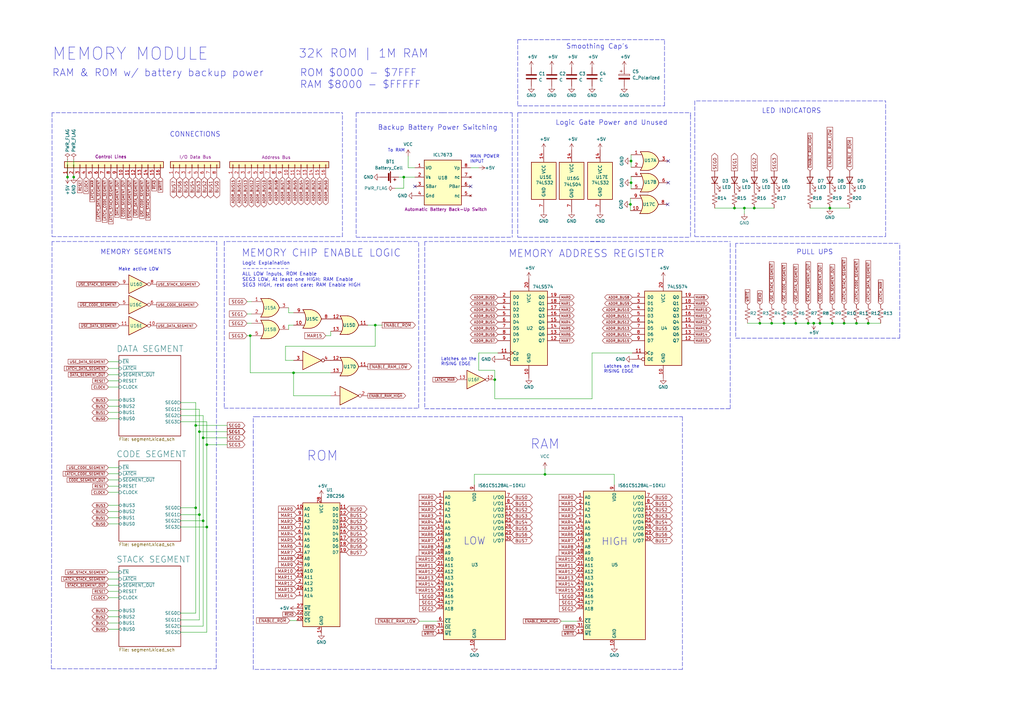
<source format=kicad_sch>
(kicad_sch (version 20211123) (generator eeschema)
  (paper "A3")
  (title_block (title "Memory Module") (date "2021-12-02") (rev "3") (company "theWickedWebDev/8-bit-computer") (comment 1 "Data preserved with backup battery"))
  (junction (at 326.39 132.588))
  (junction (at 258.572 83.82))
  (junction (at 30.226 72.644))
  (junction (at 346.202 132.588))
  (junction (at 309.372 85.344))
  (junction (at 305.308 85.344))
  (junction (at 81.788 177.038))
  (junction (at 84.836 182.372))
  (junction (at 153.924 133.35))
  (junction (at 340.36 85.344))
  (junction (at 165.608 72.644))
  (junction (at 351.282 132.588))
  (junction (at 81.788 211.074))
  (junction (at 321.564 132.588))
  (junction (at 316.484 132.588))
  (junction (at 223.52 194.564))
  (junction (at 341.376 132.588))
  (junction (at 311.658 132.588))
  (junction (at 83.312 213.614))
  (junction (at 336.296 132.588))
  (junction (at 84.836 216.154))
  (junction (at 80.264 208.28))
  (junction (at 356.108 132.588))
  (junction (at 202.946 155.702))
  (junction (at 258.826 66.04))
  (junction (at 83.312 179.578))
  (junction (at 333.756 132.588))
  (junction (at 80.264 174.498))
  (junction (at 258.826 74.93))
  (junction (at 301.244 85.344))
  (junction (at 27.686 72.644))
  (junction (at 102.616 137.668))
  (junction (at 331.47 132.588))
  (junction (at 120.396 152.908))
  (no_connect (at 170.18 76.454))
  (no_connect (at 274.066 66.04))
  (no_connect (at 193.04 76.454))
  (no_connect (at 274.066 74.93))
  (no_connect (at 273.812 83.82))
  (wire (pts (xy 196.342 144.78) (xy 196.342 151.892)))
  (wire (pts (xy 301.244 85.344) (xy 305.308 85.344)))
  (wire (pts (xy 44.45 255.524) (xy 48.768 255.524)))
  (polyline (pts (xy 91.948 99.06) (xy 91.948 167.386)))
  (wire (pts (xy 83.312 256.794) (xy 83.312 213.614)))
  (wire (pts (xy 309.372 85.344) (xy 317.5 85.344)))
  (wire (pts (xy 80.264 251.46) (xy 80.264 208.28)))
  (polyline (pts (xy 140.462 97.028) (xy 140.462 46.228)))
  (wire (pts (xy 81.788 211.074) (xy 74.168 211.074)))
  (polyline (pts (xy 171.704 167.386) (xy 171.704 99.06)))
  (wire (pts (xy 74.168 170.434) (xy 83.312 170.434)))
  (wire (pts (xy 80.264 174.498) (xy 80.264 208.28)))
  (wire (pts (xy 120.396 152.908) (xy 120.396 162.306)))
  (polyline (pts (xy 279.908 170.942) (xy 279.908 274.574)))
  (wire (pts (xy 341.376 132.588) (xy 346.202 132.588)))
  (polyline (pts (xy 363.22 97.028) (xy 363.22 41.402)))
  (polyline (pts (xy 334.772 99.822) (xy 369.062 99.822)))
  (wire (pts (xy 153.924 133.35) (xy 153.924 141.986)))
  (wire (pts (xy 259.334 144.78) (xy 242.824 144.78)))
  (wire (pts (xy 44.45 194.31) (xy 48.768 194.31)))
  (polyline (pts (xy 212.344 46.228) (xy 212.344 97.282)))
  (wire (pts (xy 84.836 172.974) (xy 84.836 182.372)))
  (wire (pts (xy 44.45 148.336) (xy 48.768 148.336)))
  (wire (pts (xy 120.396 128.27) (xy 118.364 128.27)))
  (wire (pts (xy 44.45 151.13) (xy 48.768 151.13)))
  (wire (pts (xy 336.296 132.588) (xy 341.376 132.588)))
  (polyline (pts (xy 301.752 138.684) (xy 369.062 138.684)))
  (polyline (pts (xy 61.214 99.06) (xy 88.9 99.06)))
  (wire (pts (xy 83.312 170.434) (xy 83.312 179.578)))
  (wire (pts (xy 81.788 177.038) (xy 81.788 211.074)))
  (wire (pts (xy 196.342 151.892) (xy 202.946 151.892)))
  (wire (pts (xy 120.396 152.908) (xy 135.636 152.908)))
  (wire (pts (xy 44.45 171.704) (xy 48.768 171.704)))
  (polyline (pts (xy 283.21 46.228) (xy 283.21 47.498)))
  (polyline (pts (xy 284.988 41.402) (xy 284.988 97.028)))
  (wire (pts (xy 230.124 254.762) (xy 236.728 254.762)))
  (wire (pts (xy 83.312 213.614) (xy 74.168 213.614)))
  (wire (pts (xy 81.788 167.894) (xy 81.788 177.038)))
  (wire (pts (xy 101.346 132.588) (xy 103.124 132.588)))
  (wire (pts (xy 311.658 132.588) (xy 316.484 132.588)))
  (wire (pts (xy 356.108 132.588) (xy 361.188 132.588)))
  (polyline (pts (xy 103.886 274.574) (xy 103.886 182.118)))
  (wire (pts (xy 83.312 179.578) (xy 93.218 179.578)))
  (wire (pts (xy 194.564 194.564) (xy 223.52 194.564)))
  (wire (pts (xy 81.788 211.074) (xy 81.788 254.254)))
  (wire (pts (xy 202.946 155.702) (xy 202.946 163.576)))
  (polyline (pts (xy 61.214 99.06) (xy 21.336 99.06)))
  (wire (pts (xy 242.824 144.78) (xy 242.824 163.576)))
  (polyline (pts (xy 174.244 167.64) (xy 299.466 167.64)))
  (polyline (pts (xy 128.778 99.06) (xy 91.948 99.06)))
  (polyline (pts (xy 232.156 16.256) (xy 272.542 16.256)))
  (wire (pts (xy 44.45 250.444) (xy 48.768 250.444)))
  (wire (pts (xy 167.386 64.008) (xy 167.386 68.834)))
  (polyline (pts (xy 369.062 138.684) (xy 369.062 99.822)))
  (polyline (pts (xy 146.05 97.282) (xy 210.058 97.282)))
  (polyline (pts (xy 174.244 99.06) (xy 174.244 167.64)))
  (wire (pts (xy 44.45 214.884) (xy 48.768 214.884)))
  (wire (pts (xy 165.608 72.644) (xy 170.18 72.644)))
  (wire (pts (xy 80.264 208.28) (xy 74.168 208.28)))
  (wire (pts (xy 194.564 198.882) (xy 194.564 194.564)))
  (wire (pts (xy 162.052 77.216) (xy 165.608 77.216)))
  (wire (pts (xy 120.396 133.35) (xy 118.364 133.35)))
  (wire (pts (xy 74.168 256.794) (xy 83.312 256.794)))
  (wire (pts (xy 84.836 216.154) (xy 74.168 216.154)))
  (wire (pts (xy 163.576 72.644) (xy 165.608 72.644)))
  (wire (pts (xy 44.45 196.85) (xy 48.768 196.85)))
  (wire (pts (xy 74.168 165.1) (xy 80.264 165.1)))
  (wire (pts (xy 30.226 65.532) (xy 30.226 72.644)))
  (wire (pts (xy 84.836 182.372) (xy 93.218 182.372)))
  (wire (pts (xy 44.45 153.67) (xy 48.768 153.67)))
  (wire (pts (xy 44.45 164.084) (xy 48.768 164.084)))
  (wire (pts (xy 258.826 74.93) (xy 258.826 77.47)))
  (polyline (pts (xy 128.524 99.06) (xy 171.704 99.06)))
  (polyline (pts (xy 21.082 274.32) (xy 88.646 274.32)))
  (wire (pts (xy 306.578 132.588) (xy 311.658 132.588)))
  (wire (pts (xy 223.52 194.564) (xy 251.968 194.564)))
  (wire (pts (xy 44.45 242.57) (xy 48.768 242.57)))
  (polyline (pts (xy 103.886 182.372) (xy 103.886 170.942)))
  (wire (pts (xy 193.04 68.834) (xy 196.342 68.834)))
  (wire (pts (xy 101.346 128.778) (xy 103.124 128.778)))
  (wire (pts (xy 202.946 151.892) (xy 202.946 155.702)))
  (wire (pts (xy 80.264 174.498) (xy 93.218 174.498)))
  (wire (pts (xy 83.312 179.578) (xy 83.312 213.614)))
  (wire (pts (xy 81.788 177.038) (xy 93.218 177.038)))
  (wire (pts (xy 258.826 66.04) (xy 258.826 68.58)))
  (polyline (pts (xy 246.126 99.06) (xy 174.244 99.06)))
  (wire (pts (xy 153.924 133.35) (xy 150.876 133.35)))
  (wire (pts (xy 293.116 85.344) (xy 301.244 85.344)))
  (wire (pts (xy 321.564 132.588) (xy 326.39 132.588)))
  (wire (pts (xy 44.45 156.21) (xy 48.768 156.21)))
  (polyline (pts (xy 88.646 274.32) (xy 88.9 99.06)))
  (polyline (pts (xy 232.156 16.256) (xy 212.344 16.256)))
  (wire (pts (xy 101.346 123.698) (xy 103.124 123.698)))
  (wire (pts (xy 258.826 63.5) (xy 258.826 66.04)))
  (wire (pts (xy 346.202 132.588) (xy 351.282 132.588)))
  (wire (pts (xy 305.308 85.344) (xy 305.308 87.63)))
  (polyline (pts (xy 181.61 46.228) (xy 210.058 46.228)))
  (wire (pts (xy 44.45 234.696) (xy 48.768 234.696)))
  (polyline (pts (xy 79.502 46.228) (xy 21.336 46.228)))
  (wire (pts (xy 167.386 68.834) (xy 170.18 68.834)))
  (polyline (pts (xy 334.772 99.822) (xy 301.752 99.822)))
  (wire (pts (xy 44.45 209.804) (xy 48.768 209.804)))
  (wire (pts (xy 305.308 85.344) (xy 309.372 85.344)))
  (polyline (pts (xy 181.61 46.228) (xy 146.05 46.228)))
  (polyline (pts (xy 299.466 167.64) (xy 299.466 99.06)))
  (wire (pts (xy 74.168 254.254) (xy 81.788 254.254)))
  (polyline (pts (xy 21.336 97.028) (xy 140.462 97.028)))
  (wire (pts (xy 120.396 162.306) (xy 135.636 162.306)))
  (wire (pts (xy 135.636 137.668) (xy 133.604 137.668)))
  (wire (pts (xy 251.968 194.564) (xy 251.968 198.882)))
  (polyline (pts (xy 91.948 167.386) (xy 171.704 167.386)))
  (polyline (pts (xy 283.21 97.028) (xy 283.21 46.99)))
  (wire (pts (xy 202.946 163.576) (xy 242.824 163.576)))
  (wire (pts (xy 326.39 132.588) (xy 331.47 132.588)))
  (polyline (pts (xy 78.232 46.228) (xy 140.462 46.228)))
  (wire (pts (xy 44.45 207.264) (xy 48.768 207.264)))
  (wire (pts (xy 332.232 85.344) (xy 340.36 85.344)))
  (polyline (pts (xy 279.908 274.574) (xy 103.886 274.574)))
  (wire (pts (xy 84.836 259.334) (xy 84.836 216.154)))
  (wire (pts (xy 340.36 85.344) (xy 348.488 85.344)))
  (wire (pts (xy 102.616 137.668) (xy 102.616 152.908)))
  (wire (pts (xy 156.718 133.35) (xy 153.924 133.35)))
  (wire (pts (xy 44.45 201.93) (xy 48.768 201.93)))
  (wire (pts (xy 171.958 254.762) (xy 179.324 254.762)))
  (wire (pts (xy 258.826 72.39) (xy 258.826 74.93)))
  (wire (pts (xy 84.836 182.372) (xy 84.836 216.154)))
  (wire (pts (xy 118.872 254.508) (xy 121.666 254.508)))
  (polyline (pts (xy 284.988 97.028) (xy 363.22 97.028)))
  (wire (pts (xy 316.484 132.588) (xy 321.564 132.588)))
  (wire (pts (xy 44.45 245.11) (xy 48.768 245.11)))
  (wire (pts (xy 44.45 199.39) (xy 48.768 199.39)))
  (wire (pts (xy 44.45 158.75) (xy 48.768 158.75)))
  (polyline (pts (xy 146.05 46.228) (xy 146.05 97.028)))
  (wire (pts (xy 223.52 192.278) (xy 223.52 194.564)))
  (polyline (pts (xy 326.136 41.402) (xy 363.22 41.402)))
  (polyline (pts (xy 212.344 97.282) (xy 283.21 97.282)))
  (wire (pts (xy 135.636 135.89) (xy 135.636 137.668)))
  (polyline (pts (xy 272.542 43.434) (xy 272.542 16.256)))
  (wire (pts (xy 44.45 237.49) (xy 48.768 237.49)))
  (wire (pts (xy 118.364 128.27) (xy 118.364 126.238)))
  (polyline (pts (xy 212.344 16.256) (xy 212.344 43.434)))
  (polyline (pts (xy 212.344 46.228) (xy 283.21 46.228)))
  (wire (pts (xy 44.45 252.984) (xy 48.768 252.984)))
  (wire (pts (xy 44.45 166.624) (xy 48.768 166.624)))
  (polyline (pts (xy 103.886 170.942) (xy 104.902 170.942)))
  (wire (pts (xy 153.924 141.986) (xy 117.094 141.986)))
  (wire (pts (xy 102.616 152.908) (xy 120.396 152.908)))
  (polyline (pts (xy 326.136 41.402) (xy 284.988 41.402)))
  (wire (pts (xy 258.572 81.28) (xy 258.572 83.82)))
  (wire (pts (xy 27.686 65.532) (xy 27.686 72.644)))
  (wire (pts (xy 117.094 141.986) (xy 117.094 147.828)))
  (polyline (pts (xy 104.902 170.942) (xy 279.908 170.942)))
  (wire (pts (xy 165.608 77.216) (xy 165.608 72.644)))
  (polyline (pts (xy 242.062 99.06) (xy 299.466 99.06)))
  (polyline (pts (xy 21.336 99.06) (xy 21.082 274.32)))
  (wire (pts (xy 117.094 147.828) (xy 120.396 147.828)))
  (wire (pts (xy 44.45 240.03) (xy 48.768 240.03)))
  (wire (pts (xy 101.346 137.668) (xy 102.616 137.668)))
  (wire (pts (xy 258.572 83.82) (xy 258.572 86.36)))
  (wire (pts (xy 74.168 251.46) (xy 80.264 251.46)))
  (wire (pts (xy 102.616 137.668) (xy 103.124 137.668)))
  (wire (pts (xy 44.45 258.064) (xy 48.768 258.064)))
  (wire (pts (xy 80.264 165.1) (xy 80.264 174.498)))
  (wire (pts (xy 74.168 259.334) (xy 84.836 259.334)))
  (polyline (pts (xy 301.752 99.822) (xy 301.752 138.684)))
  (polyline (pts (xy 212.344 43.434) (xy 272.542 43.434)))
  (polyline (pts (xy 21.336 46.228) (xy 21.336 97.028)))
  (wire (pts (xy 74.168 172.974) (xy 84.836 172.974)))
  (wire (pts (xy 44.45 169.164) (xy 48.768 169.164)))
  (polyline (pts (xy 210.058 46.228) (xy 210.058 97.282)))
  (wire (pts (xy 44.45 212.344) (xy 48.768 212.344)))
  (wire (pts (xy 196.342 144.78) (xy 204.216 144.78)))
  (wire (pts (xy 44.45 191.77) (xy 48.768 191.77)))
  (wire (pts (xy 331.47 132.588) (xy 333.756 132.588)))
  (wire (pts (xy 351.282 132.588) (xy 356.108 132.588)))
  (wire (pts (xy 333.756 132.588) (xy 336.296 132.588)))
  (wire (pts (xy 118.364 133.35) (xy 118.364 135.128)))
  (wire (pts (xy 74.168 167.894) (xy 81.788 167.894)))
  (text "MEMORY CHIP ENABLE LOGIC" (at 99.06 105.664 0) (effects (font (size 3 3)) (justify left bottom)))
  (text "Logic Gate Power and Unused" (at 227.838 51.562 0) (effects (font (size 2 2)) (justify left bottom)))
  (text "HIGH" (at 246.634 224.028 0) (effects (font (size 3 3)) (justify left bottom)))
  (text "LED INDICATORS" (at 312.42 46.736 0) (effects (font (size 2 2)) (justify left bottom)))
  (text "MEMORY SEGMENTS" (at 41.148 104.648 0) (effects (font (size 2 2)) (justify left bottom)))
  (text "CONNECTIONS" (at 69.596 56.388 0) (effects (font (size 2 2)) (justify left bottom)))
  (text "MEMORY ADDRESS REGISTER" (at 208.534 105.918 0) (effects (font (size 3 3)) (justify left bottom)))
  (text "RAM & ROM w/ battery backup power" (at 21.336 31.75 0) (effects (font (size 3 3)) (justify left bottom)))
  (text "MEMORY MODULE" (at 21.336 25.146 0) (effects (font (size 5 5)) (justify left bottom)))
  (text "Latches on the \nRISING EDGE" (at 247.65 153.162 0) (effects (font (size 1.27 1.27)) (justify left bottom)))
  (text "Make active LOW" (at 48.514 111.252 0) (effects (font (size 1.3 1.3)) (justify left bottom)))
  (text "MAIN POWER\nINPUT" (at 192.786 67.056 0) (effects (font (size 1.27 1.27)) (justify left bottom)))
  (text "ROM $0000 - $7FFF\nRAM $8000 - $FFFFF\n" (at 122.936 36.576 0) (effects (font (size 3 3)) (justify left bottom)))
  (text "Latches on the \nRISING EDGE" (at 180.848 150.114 0) (effects (font (size 1.27 1.27)) (justify left bottom)))
  (text "To RAM" (at 159.004 62.484 0) (effects (font (size 1.27 1.27)) (justify left bottom)))
  (text "32K ROM | 1M RAM" (at 122.428 24.13 0) (effects (font (size 3.5 3.5)) (justify left bottom)))
  (text "PULL UPS" (at 326.644 104.648 0) (effects (font (size 2 2)) (justify left bottom)))
  (text "Logic Explaination\n-----------\nALL LOW inputs, ROM Enable\nSEG3 LOW, At least one HIGH: RAM Enable \nSEG3 HIGH, rest dont care: RAM Enable HIGH" (at 99.314 117.856 0) (effects (font (size 1.4 1.4)) (justify left bottom)))
  (text "LOW" (at 189.992 223.774 0) (effects (font (size 3 3)) (justify left bottom)))
  (text "Smoothing Cap's" (at 232.156 20.32 0) (effects (font (size 2 2)) (justify left bottom)))
  (text "Backup Battery Power Switching" (at 154.94 53.594 0) (effects (font (size 2 2)) (justify left bottom)))
  (text "ROM" (at 125.73 189.484 0) (effects (font (size 4 4)) (justify left bottom)))
  (text "RAM" (at 217.424 184.658 0) (effects (font (size 4 4)) (justify left bottom)))
  (global_label "SEG3" (shape output) (at 93.218 182.372 0) (property "Intersheet References" "${INTERSHEET_REFS}" (effects hide)))
  (global_label "ADDR_BUS0" (shape bidirectional) (at 133.604 72.644 270) (effects (font (size 1 1))) (property "Intersheet References" "${INTERSHEET_REFS}" (effects hide)))
  (global_label "ADDR_BUS7" (shape tri_state) (at 204.216 139.7 180) (effects (font (size 1 1))) (property "Intersheet References" "${INTERSHEET_REFS}" (effects hide)))
  (global_label "BUS1" (shape tri_state) (at 141.986 211.328 0) (property "Intersheet References" "${INTERSHEET_REFS}" (effects hide)))
  (global_label "~{LATCH_STACK_SEGMENT}" (shape input) (at 44.45 237.49 180) (effects (font (size 1 1))) (property "Intersheet References" "${INTERSHEET_REFS}" (effects hide)))
  (global_label "USE_CODE_SEGMENT" (shape input) (at 44.45 191.77 180) (effects (font (size 1 1))) (property "Intersheet References" "${INTERSHEET_REFS}" (effects hide)))
  (global_label "MAR7" (shape input) (at 121.666 226.568 180) (property "Intersheet References" "${INTERSHEET_REFS}" (effects hide)))
  (global_label "ADDR_BUS4" (shape tri_state) (at 204.216 132.08 180) (effects (font (size 1 1))) (property "Intersheet References" "${INTERSHEET_REFS}" (effects hide)))
  (global_label "USE_CODE_SEGMENT" (shape output) (at 64.262 124.968 0) (effects (font (size 1 1))) (property "Intersheet References" "${INTERSHEET_REFS}" (effects hide)))
  (global_label "SEG0" (shape input) (at 236.728 244.602 180) (property "Intersheet References" "${INTERSHEET_REFS}" (effects hide)))
  (global_label "SEG2" (shape input) (at 101.346 132.588 180) (property "Intersheet References" "${INTERSHEET_REFS}" (effects hide)))
  (global_label "USE_STACK_SEGMENT" (shape output) (at 64.262 116.586 0) (effects (font (size 1 1))) (property "Intersheet References" "${INTERSHEET_REFS}" (effects hide)))
  (global_label "BUS2" (shape tri_state) (at 267.208 209.042 0) (property "Intersheet References" "${INTERSHEET_REFS}" (effects hide)))
  (global_label "MAR2" (shape input) (at 121.666 213.868 180) (property "Intersheet References" "${INTERSHEET_REFS}" (effects hide)))
  (global_label "~{USE_DATA_SEGMENT}" (shape input) (at 49.022 133.604 180) (effects (font (size 1 1))) (property "Intersheet References" "${INTERSHEET_REFS}" (effects hide)))
  (global_label "MAR13" (shape input) (at 179.324 236.982 180) (property "Intersheet References" "${INTERSHEET_REFS}" (effects hide)))
  (global_label "~{LATCH_MAR}" (shape input) (at 37.846 72.644 270) (effects (font (size 1 1))) (property "Intersheet References" "${INTERSHEET_REFS}" (effects hide)))
  (global_label "MAR4" (shape input) (at 236.728 214.122 180) (property "Intersheet References" "${INTERSHEET_REFS}" (effects hide)))
  (global_label "BUS6" (shape tri_state) (at 267.208 219.202 0) (property "Intersheet References" "${INTERSHEET_REFS}" (effects hide)))
  (global_label "ADDR_BUS3" (shape tri_state) (at 204.216 129.54 180) (effects (font (size 1 1))) (property "Intersheet References" "${INTERSHEET_REFS}" (effects hide)))
  (global_label "ADDR_BUS8" (shape tri_state) (at 113.284 72.644 270) (effects (font (size 1 1))) (property "Intersheet References" "${INTERSHEET_REFS}" (effects hide)))
  (global_label "RESET" (shape input) (at 44.45 156.21 180) (effects (font (size 1 1))) (property "Intersheet References" "${INTERSHEET_REFS}" (effects hide)))
  (global_label "ADDR_BUS3" (shape tri_state) (at 125.984 72.644 270) (effects (font (size 1 1))) (property "Intersheet References" "${INTERSHEET_REFS}" (effects hide)))
  (global_label "BUS6" (shape tri_state) (at 209.804 219.202 0) (property "Intersheet References" "${INTERSHEET_REFS}" (effects hide)))
  (global_label "SEG3" (shape output) (at 317.5 70.104 90) (property "Intersheet References" "${INTERSHEET_REFS}" (effects hide)))
  (global_label "ADDR_BUS5" (shape tri_state) (at 204.216 134.62 180) (effects (font (size 1 1))) (property "Intersheet References" "${INTERSHEET_REFS}" (effects hide)))
  (global_label "MAR3" (shape input) (at 236.728 211.582 180) (property "Intersheet References" "${INTERSHEET_REFS}" (effects hide)))
  (global_label "~{ENABLE_RAM_LOW}" (shape output) (at 150.876 150.368 0) (effects (font (size 1.2 1.2))) (property "Intersheet References" "${INTERSHEET_REFS}" (effects hide)))
  (global_label "BUS6" (shape tri_state) (at 141.986 224.028 0) (property "Intersheet References" "${INTERSHEET_REFS}" (effects hide)))
  (global_label "MAR12" (shape output) (at 284.734 132.08 0) (effects (font (size 1 1))) (property "Intersheet References" "${INTERSHEET_REFS}" (effects hide)))
  (global_label "MAR7" (shape output) (at 229.616 139.7 0) (effects (font (size 1 1))) (property "Intersheet References" "${INTERSHEET_REFS}" (effects hide)))
  (global_label "MAR3" (shape input) (at 121.666 216.408 180) (property "Intersheet References" "${INTERSHEET_REFS}" (effects hide)))
  (global_label "ADDR_BUS15" (shape tri_state) (at 95.504 72.644 270) (effects (font (size 1 1))) (property "Intersheet References" "${INTERSHEET_REFS}" (effects hide)))
  (global_label "BUS1" (shape tri_state) (at 44.45 255.524 180) (effects (font (size 1 1))) (property "Intersheet References" "${INTERSHEET_REFS}" (effects hide)))
  (global_label "ADDR_BUS5" (shape tri_state) (at 120.904 72.644 270) (effects (font (size 1 1))) (property "Intersheet References" "${INTERSHEET_REFS}" (effects hide)))
  (global_label "~{READ}" (shape input) (at 63.246 72.644 270) (effects (font (size 1 1))) (property "Intersheet References" "${INTERSHEET_REFS}" (effects hide)))
  (global_label "~{WRITE}" (shape input) (at 179.324 259.842 180) (effects (font (size 1 1))) (property "Intersheet References" "${INTERSHEET_REFS}" (effects hide)))
  (global_label "MAR2" (shape input) (at 179.324 209.042 180) (property "Intersheet References" "${INTERSHEET_REFS}" (effects hide)))
  (global_label "BUS3" (shape tri_state) (at 81.28 72.644 270) (property "Intersheet References" "${INTERSHEET_REFS}" (effects hide)))
  (global_label "MAR15" (shape input) (at 236.728 242.062 180) (property "Intersheet References" "${INTERSHEET_REFS}" (effects hide)))
  (global_label "BUS1" (shape tri_state) (at 44.45 169.164 180) (effects (font (size 1 1))) (property "Intersheet References" "${INTERSHEET_REFS}" (effects hide)))
  (global_label "MAR0" (shape input) (at 121.666 208.788 180) (property "Intersheet References" "${INTERSHEET_REFS}" (effects hide)))
  (global_label "MAR0" (shape output) (at 229.616 121.92 0) (effects (font (size 1 1))) (property "Intersheet References" "${INTERSHEET_REFS}" (effects hide)))
  (global_label "MAR5" (shape input) (at 236.728 216.662 180) (property "Intersheet References" "${INTERSHEET_REFS}" (effects hide)))
  (global_label "ADDR_BUS6" (shape tri_state) (at 118.364 72.644 270) (effects (font (size 1 1))) (property "Intersheet References" "${INTERSHEET_REFS}" (effects hide)))
  (global_label "CLOCK" (shape input) (at 35.306 72.644 270) (effects (font (size 1 1))) (property "Intersheet References" "${INTERSHEET_REFS}" (effects hide)))
  (global_label "BUS2" (shape tri_state) (at 83.82 72.644 270) (property "Intersheet References" "${INTERSHEET_REFS}" (effects hide)))
  (global_label "MAR10" (shape input) (at 179.324 229.362 180) (property "Intersheet References" "${INTERSHEET_REFS}" (effects hide)))
  (global_label "SEG2" (shape output) (at 93.218 179.578 0) (property "Intersheet References" "${INTERSHEET_REFS}" (effects hide)))
  (global_label "~{ENABLE_RAM_HIGH}" (shape output) (at 150.876 162.306 0) (effects (font (size 1 1))) (property "Intersheet References" "${INTERSHEET_REFS}" (effects hide)))
  (global_label "ADDR_BUS14" (shape tri_state) (at 98.044 72.644 270) (effects (font (size 1 1))) (property "Intersheet References" "${INTERSHEET_REFS}" (effects hide)))
  (global_label "~{WRITE}" (shape input) (at 65.786 72.644 270) (effects (font (size 1 1))) (property "Intersheet References" "${INTERSHEET_REFS}" (effects hide)))
  (global_label "~{USE_CODE_SEGMENT}" (shape input) (at 58.166 72.644 270) (effects (font (size 1 1))) (property "Intersheet References" "${INTERSHEET_REFS}" (effects hide)))
  (global_label "~{ENABLE_ROM}" (shape input) (at 348.488 70.104 90) (effects (font (size 1.2 1.2))) (property "Intersheet References" "${INTERSHEET_REFS}" (effects hide)))
  (global_label "SEG2" (shape input) (at 236.728 249.682 180) (property "Intersheet References" "${INTERSHEET_REFS}" (effects hide)))
  (global_label "~{LATCH_DATA_SEGMENT}" (shape input) (at 356.108 124.968 90) (effects (font (size 1 1))) (property "Intersheet References" "${INTERSHEET_REFS}" (effects hide)))
  (global_label "~{LATCH_CODE_SEGMENT}" (shape input) (at 42.926 72.644 270) (effects (font (size 1 1))) (property "Intersheet References" "${INTERSHEET_REFS}" (effects hide)))
  (global_label "BUS2" (shape tri_state) (at 209.804 209.042 0) (property "Intersheet References" "${INTERSHEET_REFS}" (effects hide)))
  (global_label "MAR1" (shape output) (at 229.616 124.46 0) (effects (font (size 1 1))) (property "Intersheet References" "${INTERSHEET_REFS}" (effects hide)))
  (global_label "MAR15" (shape input) (at 179.324 242.062 180) (property "Intersheet References" "${INTERSHEET_REFS}" (effects hide)))
  (global_label "~{USE_CODE_SEGMENT}" (shape input) (at 321.564 124.968 90) (effects (font (size 1 1))) (property "Intersheet References" "${INTERSHEET_REFS}" (effects hide)))
  (global_label "ADDR_BUS14" (shape tri_state) (at 259.334 137.16 180) (effects (font (size 1 1))) (property "Intersheet References" "${INTERSHEET_REFS}" (effects hide)))
  (global_label "MAR6" (shape output) (at 229.616 137.16 0) (effects (font (size 1 1))) (property "Intersheet References" "${INTERSHEET_REFS}" (effects hide)))
  (global_label "SEG1" (shape input) (at 101.346 128.778 180) (property "Intersheet References" "${INTERSHEET_REFS}" (effects hide)))
  (global_label "~{DATA_SEGMENT_OUT}" (shape input) (at 341.376 124.968 90) (effects (font (size 1 1))) (property "Intersheet References" "${INTERSHEET_REFS}" (effects hide)))
  (global_label "~{WRITE}" (shape input) (at 306.578 124.968 90) (effects (font (size 1 1))) (property "Intersheet References" "${INTERSHEET_REFS}" (effects hide)))
  (global_label "~{LATCH_DATA_SEGMENT}" (shape input) (at 44.45 151.13 180) (effects (font (size 1 1))) (property "Intersheet References" "${INTERSHEET_REFS}" (effects hide)))
  (global_label "SEG1" (shape output) (at 301.244 70.104 90) (property "Intersheet References" "${INTERSHEET_REFS}" (effects hide)))
  (global_label "MAR8" (shape input) (at 121.666 229.108 180) (property "Intersheet References" "${INTERSHEET_REFS}" (effects hide)))
  (global_label "ADDR_BUS10" (shape tri_state) (at 259.334 127 180) (effects (font (size 1 1))) (property "Intersheet References" "${INTERSHEET_REFS}" (effects hide)))
  (global_label "~{DATA_SEGMENT_OUT}" (shape input) (at 44.45 153.67 180) (effects (font (size 1 1))) (property "Intersheet References" "${INTERSHEET_REFS}" (effects hide)))
  (global_label "ADDR_BUS9" (shape tri_state) (at 110.744 72.644 270) (effects (font (size 1 1))) (property "Intersheet References" "${INTERSHEET_REFS}" (effects hide)))
  (global_label "~{USE_STACK_SEGMENT}" (shape input) (at 60.706 72.644 270) (effects (font (size 1 1))) (property "Intersheet References" "${INTERSHEET_REFS}" (effects hide)))
  (global_label "USE_DATA_SEGMENT" (shape output) (at 64.262 133.604 0) (effects (font (size 1 1))) (property "Intersheet References" "${INTERSHEET_REFS}" (effects hide)))
  (global_label "BUS0" (shape tri_state) (at 44.45 214.884 180) (effects (font (size 1 1))) (property "Intersheet References" "${INTERSHEET_REFS}" (effects hide)))
  (global_label "ADDR_BUS8" (shape tri_state) (at 259.334 121.92 180) (effects (font (size 1 1))) (property "Intersheet References" "${INTERSHEET_REFS}" (effects hide)))
  (global_label "SEG0" (shape output) (at 293.116 70.104 90) (property "Intersheet References" "${INTERSHEET_REFS}" (effects hide)))
  (global_label "ADDR_BUS4" (shape tri_state) (at 123.444 72.644 270) (effects (font (size 1 1))) (property "Intersheet References" "${INTERSHEET_REFS}" (effects hide)))
  (global_label "BUS0" (shape tri_state) (at 141.986 208.788 0) (property "Intersheet References" "${INTERSHEET_REFS}" (effects hide)))
  (global_label "~{USE_DATA_SEGMENT}" (shape input) (at 55.626 72.644 270) (effects (font (size 1 1))) (property "Intersheet References" "${INTERSHEET_REFS}" (effects hide)))
  (global_label "SEG1" (shape output) (at 93.218 177.038 0) (property "Intersheet References" "${INTERSHEET_REFS}" (effects hide)))
  (global_label "RESET" (shape input) (at 44.45 242.57 180) (effects (font (size 1 1))) (property "Intersheet References" "${INTERSHEET_REFS}" (effects hide)))
  (global_label "MAR12" (shape input) (at 179.324 234.442 180) (property "Intersheet References" "${INTERSHEET_REFS}" (effects hide)))
  (global_label "ADDR_BUS1" (shape bidirectional) (at 204.216 124.46 180) (effects (font (size 1 1))) (property "Intersheet References" "${INTERSHEET_REFS}" (effects hide)))
  (global_label "MAR12" (shape input) (at 121.666 239.268 180) (property "Intersheet References" "${INTERSHEET_REFS}" (effects hide)))
  (global_label "MAR4" (shape input) (at 179.324 214.122 180) (property "Intersheet References" "${INTERSHEET_REFS}" (effects hide)))
  (global_label "~{ENABLE_ROM}" (shape output) (at 156.718 133.35 0) (effects (font (size 1.2 1.2))) (property "Intersheet References" "${INTERSHEET_REFS}" (effects hide)))
  (global_label "MAR11" (shape output) (at 284.734 129.54 0) (effects (font (size 1 1))) (property "Intersheet References" "${INTERSHEET_REFS}" (effects hide)))
  (global_label "BUS3" (shape tri_state) (at 44.45 207.264 180) (effects (font (size 1 1))) (property "Intersheet References" "${INTERSHEET_REFS}" (effects hide)))
  (global_label "~{USE_STACK_SEGMENT}" (shape input) (at 316.484 124.968 90) (effects (font (size 1 1))) (property "Intersheet References" "${INTERSHEET_REFS}" (effects hide)))
  (global_label "BUS3" (shape tri_state) (at 141.986 216.408 0) (property "Intersheet References" "${INTERSHEET_REFS}" (effects hide)))
  (global_label "SEG1" (shape input) (at 179.324 247.142 180) (property "Intersheet References" "${INTERSHEET_REFS}" (effects hide)))
  (global_label "ADDR_BUS2" (shape bidirectional) (at 128.524 72.644 270) (effects (font (size 1 1))) (property "Intersheet References" "${INTERSHEET_REFS}" (effects hide)))
  (global_label "ADDR_BUS13" (shape tri_state) (at 100.584 72.644 270) (effects (font (size 1 1))) (property "Intersheet References" "${INTERSHEET_REFS}" (effects hide)))
  (global_label "ADDR_BUS1" (shape bidirectional) (at 131.064 72.644 270) (effects (font (size 1 1))) (property "Intersheet References" "${INTERSHEET_REFS}" (effects hide)))
  (global_label "MAR10" (shape input) (at 121.666 234.188 180) (property "Intersheet References" "${INTERSHEET_REFS}" (effects hide)))
  (global_label "ADDR_BUS10" (shape tri_state) (at 108.204 72.644 270) (effects (font (size 1 1))) (property "Intersheet References" "${INTERSHEET_REFS}" (effects hide)))
  (global_label "BUS0" (shape tri_state) (at 44.45 171.704 180) (effects (font (size 1 1))) (property "Intersheet References" "${INTERSHEET_REFS}" (effects hide)))
  (global_label "BUS4" (shape tri_state) (at 267.208 214.122 0) (property "Intersheet References" "${INTERSHEET_REFS}" (effects hide)))
  (global_label "BUS4" (shape tri_state) (at 141.986 218.948 0) (property "Intersheet References" "${INTERSHEET_REFS}" (effects hide)))
  (global_label "BUS0" (shape tri_state) (at 44.45 258.064 180) (effects (font (size 1 1))) (property "Intersheet References" "${INTERSHEET_REFS}" (effects hide)))
  (global_label "MAR5" (shape input) (at 179.324 216.662 180) (property "Intersheet References" "${INTERSHEET_REFS}" (effects hide)))
  (global_label "~{LATCH_MAR}" (shape input) (at 187.706 155.702 180) (effects (font (size 1 1))) (property "Intersheet References" "${INTERSHEET_REFS}" (effects hide)))
  (global_label "~{ENABLE_RAM_HIGH}" (shape input) (at 230.124 254.762 180) (effects (font (size 1 1))) (property "Intersheet References" "${INTERSHEET_REFS}" (effects hide)))
  (global_label "MAR7" (shape input) (at 236.728 221.742 180) (property "Intersheet References" "${INTERSHEET_REFS}" (effects hide)))
  (global_label "BUS0" (shape tri_state) (at 88.9 72.644 270) (property "Intersheet References" "${INTERSHEET_REFS}" (effects hide)))
  (global_label "ADDR_BUS9" (shape tri_state) (at 259.334 124.46 180) (effects (font (size 1 1))) (property "Intersheet References" "${INTERSHEET_REFS}" (effects hide)))
  (global_label "~{LATCH_CODE_SEGMENT}" (shape input) (at 351.282 124.968 90) (effects (font (size 1 1))) (property "Intersheet References" "${INTERSHEET_REFS}" (effects hide)))
  (global_label "~{READ}" (shape input) (at 236.728 257.302 180) (effects (font (size 1 1))) (property "Intersheet References" "${INTERSHEET_REFS}" (effects hide)))
  (global_label "BUS2" (shape tri_state) (at 44.45 252.984 180) (effects (font (size 1 1))) (property "Intersheet References" "${INTERSHEET_REFS}" (effects hide)))
  (global_label "SEG0" (shape output) (at 93.218 174.498 0) (property "Intersheet References" "${INTERSHEET_REFS}" (effects hide)))
  (global_label "ADDR_BUS2" (shape bidirectional) (at 204.216 127 180) (effects (font (size 1 1))) (property "Intersheet References" "${INTERSHEET_REFS}" (effects hide)))
  (global_label "BUS1" (shape tri_state) (at 44.45 212.344 180) (effects (font (size 1 1))) (property "Intersheet References" "${INTERSHEET_REFS}" (effects hide)))
  (global_label "~{CODE_SEGMENT_OUT}" (shape input) (at 44.45 196.85 180) (effects (font (size 1 1))) (property "Intersheet References" "${INTERSHEET_REFS}" (effects hide)))
  (global_label "~{WRITE}" (shape input) (at 236.728 259.842 180) (effects (font (size 1 1))) (property "Intersheet References" "${INTERSHEET_REFS}" (effects hide)))
  (global_label "~{ENABLE_ROM}" (shape input) (at 118.872 254.508 180) (effects (font (size 1.2 1.2))) (property "Intersheet References" "${INTERSHEET_REFS}" (effects hide)))
  (global_label "MAR3" (shape input) (at 179.324 211.582 180) (property "Intersheet References" "${INTERSHEET_REFS}" (effects hide)))
  (global_label "BUS3" (shape tri_state) (at 209.804 211.582 0) (property "Intersheet References" "${INTERSHEET_REFS}" (effects hide)))
  (global_label "~{STACK_SEGMENT_OUT}" (shape input) (at 44.45 240.03 180) (effects (font (size 1 1))) (property "Intersheet References" "${INTERSHEET_REFS}" (effects hide)))
  (global_label "MAR13" (shape input) (at 236.728 236.982 180) (property "Intersheet References" "${INTERSHEET_REFS}" (effects hide)))
  (global_label "ADDR_BUS12" (shape tri_state) (at 103.124 72.644 270) (effects (font (size 1 1))) (property "Intersheet References" "${INTERSHEET_REFS}" (effects hide)))
  (global_label "BUS0" (shape tri_state) (at 267.208 203.962 0) (property "Intersheet References" "${INTERSHEET_REFS}" (effects hide)))
  (global_label "MAR7" (shape input) (at 179.324 221.742 180) (property "Intersheet References" "${INTERSHEET_REFS}" (effects hide)))
  (global_label "~{STACK_SEGMENT_OUT}" (shape input) (at 53.086 72.644 270) (effects (font (size 1 1))) (property "Intersheet References" "${INTERSHEET_REFS}" (effects hide)))
  (global_label "~{CODE_SEGMENT_OUT}" (shape input) (at 50.546 72.644 270) (effects (font (size 1 1))) (property "Intersheet References" "${INTERSHEET_REFS}" (effects hide)))
  (global_label "ADDR_BUS11" (shape tri_state) (at 259.334 129.54 180) (effects (font (size 1 1))) (property "Intersheet References" "${INTERSHEET_REFS}" (effects hide)))
  (global_label "BUS2" (shape tri_state) (at 44.45 209.804 180) (effects (font (size 1 1))) (property "Intersheet References" "${INTERSHEET_REFS}" (effects hide)))
  (global_label "RESET" (shape input) (at 32.766 72.644 270) (effects (font (size 1 1))) (property "Intersheet References" "${INTERSHEET_REFS}" (effects hide)))
  (global_label "~{LATCH_DATA_SEGMENT}" (shape input) (at 40.386 72.644 270) (effects (font (size 1 1))) (property "Intersheet References" "${INTERSHEET_REFS}" (effects hide)))
  (global_label "~{CODE_SEGMENT_OUT}" (shape input) (at 336.296 124.968 90) (effects (font (size 1 1))) (property "Intersheet References" "${INTERSHEET_REFS}" (effects hide)))
  (global_label "~{LATCH_MAR}" (shape input) (at 361.188 124.968 90) (effects (font (size 1 1))) (property "Intersheet References" "${INTERSHEET_REFS}" (effects hide)))
  (global_label "SEG2" (shape input) (at 179.324 249.682 180) (property "Intersheet References" "${INTERSHEET_REFS}" (effects hide)))
  (global_label "BUS7" (shape tri_state) (at 141.986 226.568 0) (property "Intersheet References" "${INTERSHEET_REFS}" (effects hide)))
  (global_label "MAR11" (shape input) (at 121.666 236.728 180) (property "Intersheet References" "${INTERSHEET_REFS}" (effects hide)))
  (global_label "MAR6" (shape input) (at 121.666 224.028 180) (property "Intersheet References" "${INTERSHEET_REFS}" (effects hide)))
  (global_label "BUS0" (shape tri_state) (at 209.804 203.962 0) (property "Intersheet References" "${INTERSHEET_REFS}" (effects hide)))
  (global_label "~{LATCH_STACK_SEGMENT}" (shape input) (at 45.466 72.644 270) (effects (font (size 1 1))) (property "Intersheet References" "${INTERSHEET_REFS}" (effects hide)))
  (global_label "MAR2" (shape input) (at 236.728 209.042 180) (property "Intersheet References" "${INTERSHEET_REFS}" (effects hide)))
  (global_label "BUS7" (shape tri_state) (at 267.208 221.742 0) (property "Intersheet References" "${INTERSHEET_REFS}" (effects hide)))
  (global_label "~{ENABLE_RAM_LOW}" (shape input) (at 340.36 70.104 90) (effects (font (size 1.2 1.2))) (property "Intersheet References" "${INTERSHEET_REFS}" (effects hide)))
  (global_label "BUS1" (shape tri_state) (at 267.208 206.502 0) (property "Intersheet References" "${INTERSHEET_REFS}" (effects hide)))
  (global_label "MAR14" (shape input) (at 179.324 239.522 180) (property "Intersheet References" "${INTERSHEET_REFS}" (effects hide)))
  (global_label "BUS5" (shape tri_state) (at 267.208 216.662 0) (property "Intersheet References" "${INTERSHEET_REFS}" (effects hide)))
  (global_label "RESET" (shape input) (at 44.45 199.39 180) (effects (font (size 1 1))) (property "Intersheet References" "${INTERSHEET_REFS}" (effects hide)))
  (global_label "ADDR_BUS15" (shape tri_state) (at 259.334 139.7 180) (effects (font (size 1 1))) (property "Intersheet References" "${INTERSHEET_REFS}" (effects hide)))
  (global_label "MAR14" (shape input) (at 121.666 244.348 180) (property "Intersheet References" "${INTERSHEET_REFS}" (effects hide)))
  (global_label "MAR0" (shape input) (at 179.324 203.962 180) (property "Intersheet References" "${INTERSHEET_REFS}" (effects hide)))
  (global_label "MAR1" (shape input) (at 179.324 206.502 180) (property "Intersheet References" "${INTERSHEET_REFS}" (effects hide)))
  (global_label "MAR15" (shape output) (at 284.734 139.7 0) (effects (font (size 1 1))) (property "Intersheet References" "${INTERSHEET_REFS}" (effects hide)))
  (global_label "BUS3" (shape tri_state) (at 267.208 211.582 0) (property "Intersheet References" "${INTERSHEET_REFS}" (effects hide)))
  (global_label "ADDR_BUS11" (shape tri_state) (at 105.664 72.644 270) (effects (font (size 1 1))) (property "Intersheet References" "${INTERSHEET_REFS}" (effects hide)))
  (global_label "MAR4" (shape input) (at 121.666 218.948 180) (property "Intersheet References" "${INTERSHEET_REFS}" (effects hide)))
  (global_label "BUS7" (shape tri_state) (at 209.804 221.742 0) (property "Intersheet References" "${INTERSHEET_REFS}" (effects hide)))
  (global_label "~{ENABLE_RAM_LOW}" (shape input) (at 171.958 254.762 180) (effects (font (size 1.2 1.2))) (property "Intersheet References" "${INTERSHEET_REFS}" (effects hide)))
  (global_label "~{USE_STACK_SEGMENT}" (shape input) (at 49.022 116.586 180) (effects (font (size 1 1))) (property "Intersheet References" "${INTERSHEET_REFS}" (effects hide)))
  (global_label "MAR9" (shape output) (at 284.734 124.46 0) (effects (font (size 1 1))) (property "Intersheet References" "${INTERSHEET_REFS}" (effects hide)))
  (global_label "~{STACK_SEGMENT_OUT}" (shape input) (at 331.47 124.968 90) (effects (font (size 1 1))) (property "Intersheet References" "${INTERSHEET_REFS}" (effects hide)))
  (global_label "MAR2" (shape output) (at 229.616 127 0) (effects (font (size 1 1))) (property "Intersheet References" "${INTERSHEET_REFS}" (effects hide)))
  (global_label "SEG1" (shape input) (at 236.728 247.142 180) (property "Intersheet References" "${INTERSHEET_REFS}" (effects hide)))
  (global_label "~{ENABLE_RAM_HIGH}" (shape input) (at 332.232 70.104 90) (effects (font (size 1 1))) (property "Intersheet References" "${INTERSHEET_REFS}" (effects hide)))
  (global_label "~{LATCH_CODE_SEGMENT}" (shape input) (at 44.45 194.31 180) (effects (font (size 1 1))) (property "Intersheet References" "${INTERSHEET_REFS}" (effects hide)))
  (global_label "MAR8" (shape input) (at 236.728 224.282 180) (property "Intersheet References" "${INTERSHEET_REFS}" (effects hide)))
  (global_label "MAR1" (shape input) (at 121.666 211.328 180) (property "Intersheet References" "${INTERSHEET_REFS}" (effects hide)))
  (global_label "MAR6" (shape input) (at 236.728 219.202 180) (property "Intersheet References" "${INTERSHEET_REFS}" (effects hide)))
  (global_label "MAR10" (shape input) (at 236.728 229.362 180) (property "Intersheet References" "${INTERSHEET_REFS}" (effects hide)))
  (global_label "CLOCK" (shape input) (at 44.45 201.93 180) (effects (font (size 1 1))) (property "Intersheet References" "${INTERSHEET_REFS}" (effects hide)))
  (global_label "SEG0" (shape input) (at 179.324 244.602 180) (property "Intersheet References" "${INTERSHEET_REFS}" (effects hide)))
  (global_label "BUS2" (shape tri_state) (at 141.986 213.868 0) (property "Intersheet References" "${INTERSHEET_REFS}" (effects hide)))
  (global_label "MAR12" (shape input) (at 236.728 234.442 180) (property "Intersheet References" "${INTERSHEET_REFS}" (effects hide)))
  (global_label "~{DATA_SEGMENT_OUT}" (shape input) (at 48.006 72.644 270) (effects (font (size 1 1))) (property "Intersheet References" "${INTERSHEET_REFS}" (effects hide)))
  (global_label "~{LATCH_STACK_SEGMENT}" (shape input) (at 346.202 124.968 90) (effects (font (size 1 1))) (property "Intersheet References" "${INTERSHEET_REFS}" (effects hide)))
  (global_label "MAR8" (shape input) (at 179.324 224.282 180) (property "Intersheet References" "${INTERSHEET_REFS}" (effects hide)))
  (global_label "BUS2" (shape tri_state) (at 44.45 166.624 180) (effects (font (size 1 1))) (property "Intersheet References" "${INTERSHEET_REFS}" (effects hide)))
  (global_label "MAR14" (shape output) (at 284.734 137.16 0) (effects (font (size 1 1))) (property "Intersheet References" "${INTERSHEET_REFS}" (effects hide)))
  (global_label "MAR3" (shape output) (at 229.616 129.54 0) (effects (font (size 1 1))) (property "Intersheet References" "${INTERSHEET_REFS}" (effects hide)))
  (global_label "~{READ}" (shape input) (at 121.666 251.968 180) (effects (font (size 1 1))) (property "Intersheet References" "${INTERSHEET_REFS}" (effects hide)))
  (global_label "BUS1" (shape tri_state) (at 209.804 206.502 0) (property "Intersheet References" "${INTERSHEET_REFS}" (effects hide)))
  (global_label "MAR10" (shape output) (at 284.734 127 0) (effects (font (size 1 1))) (property "Intersheet References" "${INTERSHEET_REFS}" (effects hide)))
  (global_label "BUS7" (shape tri_state) (at 71.12 72.644 270) (property "Intersheet References" "${INTERSHEET_REFS}" (effects hide)))
  (global_label "SEG3" (shape input) (at 101.346 137.668 180) (property "Intersheet References" "${INTERSHEET_REFS}" (effects hide)))
  (global_label "USE_STACK_SEGMENT" (shape input) (at 44.45 234.696 180) (effects (font (size 1 1))) (property "Intersheet References" "${INTERSHEET_REFS}" (effects hide)))
  (global_label "MAR11" (shape input) (at 236.728 231.902 180) (property "Intersheet References" "${INTERSHEET_REFS}" (effects hide)))
  (global_label "~{READ}" (shape input) (at 311.658 124.968 90) (effects (font (size 1 1))) (property "Intersheet References" "${INTERSHEET_REFS}" (effects hide)))
  (global_label "MAR4" (shape output) (at 229.616 132.08 0) (effects (font (size 1 1))) (property "Intersheet References" "${INTERSHEET_REFS}" (effects hide)))
  (global_label "BUS5" (shape tri_state) (at 141.986 221.488 0) (property "Intersheet References" "${INTERSHEET_REFS}" (effects hide)))
  (global_label "MAR5" (shape input) (at 121.666 221.488 180) (property "Intersheet References" "${INTERSHEET_REFS}" (effects hide)))
  (global_label "USE_DATA_SEGMENT" (shape input) (at 44.45 148.336 180) (effects (font (size 1 1))) (property "Intersheet References" "${INTERSHEET_REFS}" (effects hide)))
  (global_label "CLOCK" (shape input) (at 44.45 245.11 180) (effects (font (size 1 1))) (property "Intersheet References" "${INTERSHEET_REFS}" (effects hide)))
  (global_label "MAR13" (shape output) (at 284.734 134.62 0) (effects (font (size 1 1))) (property "Intersheet References" "${INTERSHEET_REFS}" (effects hide)))
  (global_label "BUS4" (shape tri_state) (at 78.74 72.644 270) (property "Intersheet References" "${INTERSHEET_REFS}" (effects hide)))
  (global_label "SEG0" (shape input) (at 101.346 123.698 180) (property "Intersheet References" "${INTERSHEET_REFS}" (effects hide)))
  (global_label "ADDR_BUS7" (shape tri_state) (at 115.824 72.644 270) (effects (font (size 1 1))) (property "Intersheet References" "${INTERSHEET_REFS}" (effects hide)))
  (global_label "~{READ}" (shape input) (at 179.324 257.302 180) (effects (font (size 1 1))) (property "Intersheet References" "${INTERSHEET_REFS}" (effects hide)))
  (global_label "ADDR_BUS6" (shape tri_state) (at 204.216 137.16 180) (effects (font (size 1 1))) (property "Intersheet References" "${INTERSHEET_REFS}" (effects hide)))
  (global_label "ADDR_BUS12" (shape tri_state) (at 259.334 132.08 180) (effects (font (size 1 1))) (property "Intersheet References" "${INTERSHEET_REFS}" (effects hide)))
  (global_label "MAR11" (shape input) (at 179.324 231.902 180) (property "Intersheet References" "${INTERSHEET_REFS}" (effects hide)))
  (global_label "BUS3" (shape tri_state) (at 44.45 250.444 180) (effects (font (size 1 1))) (property "Intersheet References" "${INTERSHEET_REFS}" (effects hide)))
  (global_label "ADDR_BUS13" (shape tri_state) (at 259.334 134.62 180) (effects (font (size 1 1))) (property "Intersheet References" "${INTERSHEET_REFS}" (effects hide)))
  (global_label "BUS5" (shape tri_state) (at 209.804 216.662 0) (property "Intersheet References" "${INTERSHEET_REFS}" (effects hide)))
  (global_label "MAR9" (shape input) (at 236.728 226.822 180) (property "Intersheet References" "${INTERSHEET_REFS}" (effects hide)))
  (global_label "BUS3" (shape tri_state) (at 44.45 164.084 180) (effects (font (size 1 1))) (property "Intersheet References" "${INTERSHEET_REFS}" (effects hide)))
  (global_label "CLOCK" (shape input) (at 44.45 158.75 180) (effects (font (size 1 1))) (property "Intersheet References" "${INTERSHEET_REFS}" (effects hide)))
  (global_label "MAR14" (shape input) (at 236.728 239.522 180) (property "Intersheet References" "${INTERSHEET_REFS}" (effects hide)))
  (global_label "MAR0" (shape input) (at 236.728 203.962 180) (property "Intersheet References" "${INTERSHEET_REFS}" (effects hide)))
  (global_label "~{USE_DATA_SEGMENT}" (shape input) (at 326.39 124.968 90) (effects (font (size 1 1))) (property "Intersheet References" "${INTERSHEET_REFS}" (effects hide)))
  (global_label "BUS1" (shape tri_state) (at 86.36 72.644 270) (property "Intersheet References" "${INTERSHEET_REFS}" (effects hide)))
  (global_label "BUS4" (shape tri_state) (at 209.804 214.122 0) (property "Intersheet References" "${INTERSHEET_REFS}" (effects hide)))
  (global_label "ADDR_BUS0" (shape bidirectional) (at 204.216 121.92 180) (effects (font (size 1 1))) (property "Intersheet References" "${INTERSHEET_REFS}" (effects hide)))
  (global_label "MAR9" (shape input) (at 179.324 226.822 180) (property "Intersheet References" "${INTERSHEET_REFS}" (effects hide)))
  (global_label "MAR5" (shape output) (at 229.616 134.62 0) (effects (font (size 1 1))) (property "Intersheet References" "${INTERSHEET_REFS}" (effects hide)))
  (global_label "SEG1" (shape output) (at 93.218 177.038 0) (property "Intersheet References" "${INTERSHEET_REFS}" (effects hide)))
  (global_label "BUS5" (shape tri_state) (at 76.2 72.644 270) (property "Intersheet References" "${INTERSHEET_REFS}" (effects hide)))
  (global_label "MAR15" (shape input) (at 133.604 137.668 180) (property "Intersheet References" "${INTERSHEET_REFS}" (effects hide)))
  (global_label "BUS6" (shape tri_state) (at 73.66 72.644 270) (property "Intersheet References" "${INTERSHEET_REFS}" (effects hide)))
  (global_label "MAR8" (shape output) (at 284.734 121.92 0) (effects (font (size 1 1))) (property "Intersheet References" "${INTERSHEET_REFS}" (effects hide)))
  (global_label "MAR13" (shape input) (at 121.666 241.808 180) (property "Intersheet References" "${INTERSHEET_REFS}" (effects hide)))
  (global_label "MAR6" (shape input) (at 179.324 219.202 180) (property "Intersheet References" "${INTERSHEET_REFS}" (effects hide)))
  (global_label "~{USE_CODE_SEGMENT}" (shape input) (at 49.022 124.968 180) (effects (font (size 1 1))) (property "Intersheet References" "${INTERSHEET_REFS}" (effects hide)))
  (global_label "MAR1" (shape input) (at 236.728 206.502 180) (property "Intersheet References" "${INTERSHEET_REFS}" (effects hide)))
  (global_label "SEG2" (shape output) (at 309.372 70.104 90) (property "Intersheet References" "${INTERSHEET_REFS}" (effects hide)))
  (global_label "MAR9" (shape input) (at 121.666 231.648 180) (property "Intersheet References" "${INTERSHEET_REFS}" (effects hide)))
  (symbol (lib_id "Connector_Generic:Conn_01x08") (at 78.74 67.564 90) (unit 1)
    (property "Reference" "J2" (effects hide))
    (property "Value" "Conn_01x08" (effects hide))
    (property "Footprint" "Connector_PinHeader_2.54mm:PinHeader_1x08_P2.54mm_Vertical" (effects hide))
    (property "L" "I/O Data Bus" (at 80.1116 64.389 90))
  )
  (symbol (lib_id "Device:R_US") (at 316.484 128.778 180) (unit 1)
    (property "Reference" "R4" (at 317.5 128.524 0) (effects (justify right)))
    (property "Value" "R_US" (effects hide))
    (property "Footprint" "Resistor_SMD:R_0805_2012Metric" (effects hide))
  )
  (symbol (lib_id "Device:R_US") (at 301.244 81.534 180) (unit 1)
    (property "Reference" "R15" (at 302.26 81.28 0) (effects (justify right)))
    (property "Value" "R_US" (effects hide))
    (property "Footprint" "Resistor_SMD:R_0805_2012Metric" (effects hide))
  )
  (symbol (lib_id "Connector_Generic:Conn_01x16") (at 113.284 67.564 90) (unit 1)
    (property "Reference" "J1" (effects hide))
    (property "Value" "Conn_01x16" (effects hide))
    (property "Footprint" "Connector_PinHeader_2.54mm:PinHeader_1x16_P2.54mm_Vertical" (effects hide))
    (property "Field4" "Address Bus" (at 113.284 64.516 90))
  )
  (symbol (lib_id "Device:R_US") (at 332.232 81.534 180) (unit 1)
    (property "Reference" "R18" (at 333.248 81.28 0) (effects (justify right)))
    (property "Value" "R_US" (effects hide))
    (property "Footprint" "Resistor_SMD:R_0805_2012Metric" (effects hide))
  )
  (symbol (lib_id "power:GND") (at 226.314 35.306 0) (unit 1)
    (property "Reference" "#PWR0163" (effects hide))
    (property "Value" "GND" (at 226.314 39.116 0))
  )
  (symbol (lib_id "power:GND") (at 234.442 35.306 0) (unit 1)
    (property "Reference" "#PWR0151" (effects hide))
    (property "Value" "GND" (at 234.442 39.116 0))
  )
  (symbol (lib_id "power:VCC") (at 167.386 64.008 0) (unit 1)
    (property "Reference" "#PWR0173" (effects hide))
    (property "Value" "VCC" (at 167.386 59.182 0))
  )
  (symbol (lib_id "power:GND") (at 234.442 86.868 0) (unit 1)
    (property "Reference" "#PWR0158" (effects hide))
    (property "Value" "GND" (at 234.442 90.678 0))
  )
  (symbol (lib_id "Device:R_US") (at 331.47 128.778 180) (unit 1)
    (property "Reference" "R7" (at 332.486 128.524 0) (effects (justify right)))
    (property "Value" "R_US" (effects hide))
    (property "Footprint" "Resistor_SMD:R_0805_2012Metric" (effects hide))
  )
  (symbol (lib_id "Device:C") (at 234.442 31.496 0) (unit 1)
    (property "Reference" "C3" (at 237.49 30.2259 0) (effects (justify left)))
    (property "Value" "C" (at 237.49 32.7659 0) (effects (justify left)))
    (property "Footprint" "Capacitor_SMD:C_0805_2012Metric" (effects hide))
  )
  (symbol (lib_id "Device:Battery_Cell") (at 158.496 72.644 270) (unit 1)
    (property "Reference" "BT1" (at 158.242 66.294 90) (effects (justify left)))
    (property "Value" "Battery_Cell" (at 153.67 68.834 90) (effects (justify left)))
    (property "Footprint" "Battery:BatteryHolder_Keystone_106_1x20mm" (effects hide))
  )
  (symbol (lib_id "74xx:74LS04") (at 195.326 155.702 0) (unit 6)
    (property "Reference" "U16" (at 194.31 155.702 0))
    (property "Value" "74LS04" (effects hide))
    (property "Datasheet" "http://www.ti.com/lit/gpn/sn74LS04" (effects hide))
  )
  (symbol (lib_id "74xx:74LS04") (at 234.442 74.168 0) (unit 7)
    (property "Reference" "U16" (at 232.41 73.152 0) (effects (justify left)))
    (property "Value" "74LS04" (at 231.14 75.692 0) (effects (justify left)))
    (property "Footprint" "Package_SO:TSSOP-14_4.4x5mm_P0.65mm" (effects hide))
    (property "Datasheet" "http://www.ti.com/lit/gpn/sn74LS04" (effects hide))
  )
  (symbol (lib_id "Device:C") (at 217.932 31.496 0) (unit 1)
    (property "Reference" "C1" (at 220.98 30.2259 0) (effects (justify left)))
    (property "Value" "C" (at 220.98 32.7659 0) (effects (justify left)))
    (property "Footprint" "Capacitor_SMD:C_0805_2012Metric" (effects hide))
  )
  (symbol (lib_id "power:+5V") (at 216.916 114.3 0) (unit 1)
    (property "Reference" "#PWR0101" (effects hide))
    (property "Value" "+5V" (at 217.297 109.9058 0))
  )
  (symbol (lib_id "Device:R_US") (at 326.39 128.778 180) (unit 1)
    (property "Reference" "R6" (at 327.406 128.524 0) (effects (justify right)))
    (property "Value" "R_US" (effects hide))
    (property "Footprint" "Resistor_SMD:R_0805_2012Metric" (effects hide))
  )
  (symbol (lib_id "power:+5V") (at 246.126 61.468 0) (unit 1)
    (property "Reference" "#PWR0150" (effects hide))
    (property "Value" "+5V" (at 246.507 57.0738 0))
  )
  (symbol (lib_id "74xx:74LS574") (at 272.034 134.62 0) (unit 1)
    (property "Reference" "U4" (at 271.018 134.62 0) (effects (justify left)))
    (property "Value" "74LS574" (at 273.558 117.602 0) (effects (justify left)))
    (property "Footprint" "Package_SO:SO-20_5.3x12.6mm_P1.27mm" (effects hide))
    (property "Datasheet" "http://www.ti.com/lit/gpn/sn74LS574" (effects hide))
  )
  (symbol (lib_id "power:+5V") (at 234.442 27.686 0) (unit 1)
    (property "Reference" "#PWR0165" (effects hide))
    (property "Value" "+5V" (at 234.823 23.2918 0))
  )
  (symbol (lib_id "power:GND") (at 258.572 83.82 270) (unit 1)
    (property "Reference" "#PWR0155" (effects hide))
    (property "Value" "GND" (at 254.762 83.82 0))
  )
  (symbol (lib_id "power:+5V") (at 217.932 27.686 0) (unit 1)
    (property "Reference" "#PWR0161" (effects hide))
    (property "Value" "+5V" (at 218.313 23.2918 0))
  )
  (symbol (lib_id "74xx:74LS04") (at 56.642 116.586 0) (unit 4)
    (property "Reference" "U16" (at 55.88 116.586 0))
    (property "Value" "74LS04" (effects hide))
    (property "Datasheet" "http://www.ti.com/lit/gpn/sn74LS04" (effects hide))
  )
  (symbol (lib_id "74xx:74LS04") (at 128.016 147.828 0) (unit 2)
    (property "Reference" "U16" (effects hide))
    (property "Value" "74LS04" (effects hide))
    (property "Datasheet" "http://www.ti.com/lit/gpn/sn74LS04" (effects hide))
  )
  (symbol (lib_id "power:GND") (at 258.826 74.93 270) (unit 1)
    (property "Reference" "#PWR0157" (effects hide))
    (property "Value" "GND" (at 255.016 74.93 0))
  )
  (symbol (lib_id "power:GND") (at 272.034 154.94 0) (unit 1)
    (property "Reference" "#PWR0102" (effects hide))
    (property "Value" "GND" (at 272.034 158.75 0))
  )
  (symbol (lib_id "Device:LED") (at 309.372 73.914 90) (unit 1)
    (property "Reference" "D5" (at 312.42 74.2314 90) (effects (justify right)))
    (property "Value" "LED" (at 312.42 76.7714 90) (effects (justify right)))
    (property "Footprint" "LED_SMD:LED_0805_2012Metric" (effects hide))
  )
  (symbol (lib_id "Device:R_US") (at 348.488 81.534 180) (unit 1)
    (property "Reference" "R20" (at 349.504 81.28 0) (effects (justify right)))
    (property "Value" "R_US" (effects hide))
    (property "Footprint" "Resistor_SMD:R_0805_2012Metric" (effects hide))
  )
  (symbol (lib_id "74xx:74LS32") (at 266.192 83.82 0) (unit 3)
    (property "Reference" "U17" (at 266.192 83.82 0))
    (property "Value" "74LS32" (effects hide))
    (property "Datasheet" "http://www.ti.com/lit/gpn/sn74LS32" (effects hide))
  )
  (symbol (lib_id "power:PWR_FLAG") (at 30.226 65.532 0) (unit 1)
    (property "Reference" "#FLG0101" (effects hide))
    (property "Value" "PWR_FLAG" (at 30.226 57.658 90))
  )
  (symbol (lib_id "74xx:74LS32") (at 128.016 130.81 0) (unit 3)
    (property "Reference" "U15" (at 128.016 130.81 0))
    (property "Value" "74LS32" (effects hide))
    (property "Datasheet" "http://www.ti.com/lit/gpn/sn74LS32" (effects hide))
  )
  (symbol (lib_id "power:PWR_FLAG") (at 162.052 77.216 90) (unit 1)
    (property "Reference" "#FLG0103" (effects hide))
    (property "Value" "PWR_FLAG" (at 154.178 77.216 90))
  )
  (symbol (lib_id "Device:LED") (at 340.36 73.914 90) (unit 1)
    (property "Reference" "D8" (at 343.408 74.2314 90) (effects (justify right)))
    (property "Value" "LED" (at 343.408 76.7714 90) (effects (justify right)))
    (property "Footprint" "LED_SMD:LED_0805_2012Metric" (effects hide))
  )
  (symbol (lib_id "Device:LED") (at 332.232 73.914 90) (unit 1)
    (property "Reference" "D7" (at 335.28 74.2314 90) (effects (justify right)))
    (property "Value" "LED" (at 335.28 76.7714 90) (effects (justify right)))
    (property "Footprint" "LED_SMD:LED_0805_2012Metric" (effects hide))
  )
  (symbol (lib_id "Stephen:ICL7673") (at 182.88 78.994 0) (unit 1)
    (property "Reference" "U18" (at 181.61 72.898 0))
    (property "Value" "ICL7673" (at 181.61 63.5 0))
    (property "Footprint" "Package_DIP:DIP-8_W7.62mm" (effects hide))
    (property "Field4" "Automatic Battery Back-Up Switch" (at 182.88 85.852 0))
  )
  (symbol (lib_id "74xx:74LS32") (at 143.256 150.368 0) (unit 4)
    (property "Reference" "U17" (at 143.51 150.368 0))
    (property "Value" "74LS32" (effects hide))
    (property "Datasheet" "http://www.ti.com/lit/gpn/sn74LS32" (effects hide))
  )
  (symbol (lib_id "power:+5V") (at 27.686 72.644 180) (unit 1)
    (property "Reference" "#PWR0170" (effects hide))
    (property "Value" "+5V" (at 27.686 77.978 90))
  )
  (symbol (lib_id "power:VCC") (at 223.52 192.278 0) (unit 1)
    (property "Reference" "#PWR0106" (effects hide))
    (property "Value" "VCC" (at 223.52 187.198 0))
  )
  (symbol (lib_id "Device:LED") (at 348.488 73.914 90) (unit 1)
    (property "Reference" "D9" (at 351.536 74.2314 90) (effects (justify right)))
    (property "Value" "LED" (at 351.536 76.7714 90) (effects (justify right)))
    (property "Footprint" "LED_SMD:LED_0805_2012Metric" (effects hide))
  )
  (symbol (lib_id "power:+5V") (at 272.034 114.3 0) (unit 1)
    (property "Reference" "#PWR0104" (effects hide))
    (property "Value" "+5V" (at 272.415 109.9058 0))
  )
  (symbol (lib_id "power:+5V") (at 256.032 27.686 0) (unit 1)
    (property "Reference" "#PWR0167" (effects hide))
    (property "Value" "+5V" (at 256.413 23.2918 0))
  )
  (symbol (lib_id "power:GND") (at 170.18 80.264 270) (unit 1)
    (property "Reference" "#PWR0107" (effects hide))
    (property "Value" "GND" (at 165.1 80.264 90))
  )
  (symbol (lib_id "power:+5V") (at 131.826 203.708 0) (unit 1)
    (property "Reference" "#PWR0110" (effects hide))
    (property "Value" "+5V" (at 132.207 199.3138 0))
  )
  (symbol (lib_id "74xx:74LS574") (at 216.916 134.62 0) (unit 1)
    (property "Reference" "U2" (at 215.9 134.62 0) (effects (justify left)))
    (property "Value" "74LS574" (at 218.44 117.602 0) (effects (justify left)))
    (property "Footprint" "Package_SO:SO-20_5.3x12.6mm_P1.27mm" (effects hide))
    (property "Datasheet" "http://www.ti.com/lit/gpn/sn74LS574" (effects hide))
  )
  (symbol (lib_id "power:GND") (at 204.216 147.32 270) (unit 1)
    (property "Reference" "#PWR0112" (effects hide))
    (property "Value" "GND" (at 199.39 147.32 90))
  )
  (symbol (lib_id "74xx:74LS04") (at 143.256 162.306 0) (unit 1)
    (property "Reference" "U16" (effects hide))
    (property "Value" "74LS04" (effects hide))
    (property "Datasheet" "http://www.ti.com/lit/gpn/sn74LS04" (effects hide))
  )
  (symbol (lib_id "Device:C_Polarized") (at 256.032 31.496 0) (unit 1)
    (property "Reference" "C5" (at 259.334 29.3369 0) (effects (justify left)))
    (property "Value" "C_Polarized" (at 259.334 31.8769 0) (effects (justify left)))
    (property "Footprint" "Capacitor_SMD:CP_Elec_5x5.9" (effects hide))
  )
  (symbol (lib_id "Memory_EEPROM:28C256") (at 131.826 231.648 0) (unit 1)
    (property "Reference" "U1" (at 133.8454 200.914 0) (effects (justify left)))
    (property "Value" "28C256" (at 133.8454 203.454 0) (effects (justify left)))
    (property "Footprint" "Socket:DIP_Socket-28_W11.9_W12.7_W15.24_W17.78_W18.5_3M_228-1277-00-0602J" (effects hide))
    (property "Datasheet" "http://ww1.microchip.com/downloads/en/DeviceDoc/doc0006.pdf" (effects hide))
  )
  (symbol (lib_id "74xx:74LS32") (at 143.256 133.35 0) (unit 4)
    (property "Reference" "U15" (at 143.256 133.35 0))
    (property "Value" "74LS32" (effects hide))
    (property "Datasheet" "http://www.ti.com/lit/gpn/sn74LS32" (effects hide))
  )
  (symbol (lib_id "74xx:74LS32") (at 266.446 66.04 0) (unit 1)
    (property "Reference" "U17" (at 266.7 65.786 0))
    (property "Value" "74LS32" (effects hide))
    (property "Datasheet" "http://www.ti.com/lit/gpn/sn74LS32" (effects hide))
  )
  (symbol (lib_id "74xx:74LS04") (at 56.642 124.968 0) (unit 3)
    (property "Reference" "U16" (at 55.626 124.968 0))
    (property "Value" "74LS04" (effects hide))
    (property "Datasheet" "http://www.ti.com/lit/gpn/sn74LS04" (effects hide))
  )
  (symbol (lib_id "power:PWR_FLAG") (at 27.686 65.532 0) (unit 1)
    (property "Reference" "#FLG0102" (effects hide))
    (property "Value" "PWR_FLAG" (at 27.686 57.658 90))
  )
  (symbol (lib_id "power:GND") (at 340.36 85.344 0) (unit 1)
    (property "Reference" "#PWR02" (effects hide))
    (property "Value" "GND" (at 340.36 89.154 0))
  )
  (symbol (lib_id "Device:R_US") (at 336.296 128.778 180) (unit 1)
    (property "Reference" "R8" (at 337.312 128.524 0) (effects (justify right)))
    (property "Value" "R_US" (effects hide))
    (property "Footprint" "Resistor_SMD:R_0805_2012Metric" (effects hide))
  )
  (symbol (lib_id "Device:C") (at 226.314 31.496 0) (unit 1)
    (property "Reference" "C2" (at 229.362 30.2259 0) (effects (justify left)))
    (property "Value" "C" (at 229.362 32.7659 0) (effects (justify left)))
    (property "Footprint" "Capacitor_SMD:C_0805_2012Metric" (effects hide))
  )
  (symbol (lib_id "Device:R_US") (at 309.372 81.534 180) (unit 1)
    (property "Reference" "R16" (at 310.388 81.28 0) (effects (justify right)))
    (property "Value" "R_US" (effects hide))
    (property "Footprint" "Resistor_SMD:R_0805_2012Metric" (effects hide))
  )
  (symbol (lib_id "power:GND") (at 155.956 72.644 270) (unit 1)
    (property "Reference" "#PWR0171" (effects hide))
    (property "Value" "GND" (at 151.13 72.644 90))
  )
  (symbol (lib_id "power:GND") (at 259.334 147.32 270) (unit 1)
    (property "Reference" "#PWR0103" (effects hide))
    (property "Value" "GND" (at 254.508 147.32 90))
  )
  (symbol (lib_id "Device:R_US") (at 346.202 128.778 180) (unit 1)
    (property "Reference" "R10" (at 347.218 128.524 0) (effects (justify right)))
    (property "Value" "R_US" (effects hide))
    (property "Footprint" "Resistor_SMD:R_0805_2012Metric" (effects hide))
  )
  (symbol (lib_id "power:GND") (at 305.308 87.63 0) (unit 1)
    (property "Reference" "#PWR01" (effects hide))
    (property "Value" "GND" (at 305.308 91.44 0))
  )
  (symbol (lib_id "power:GND") (at 30.226 72.644 0) (unit 1)
    (property "Reference" "#PWR0169" (effects hide))
    (property "Value" "GND" (at 30.226 77.724 90))
  )
  (symbol (lib_id "power:GND") (at 194.564 264.922 0) (unit 1)
    (property "Reference" "#PWR0108" (effects hide))
    (property "Value" "GND" (at 194.564 268.732 0))
  )
  (symbol (lib_id "power:GND") (at 258.826 66.04 270) (unit 1)
    (property "Reference" "#PWR0156" (effects hide))
    (property "Value" "GND" (at 255.016 66.04 0))
  )
  (symbol (lib_id "power:GND") (at 256.032 35.306 0) (unit 1)
    (property "Reference" "#PWR0168" (effects hide))
    (property "Value" "GND" (at 256.032 39.116 0))
  )
  (symbol (lib_id "Device:R_US") (at 311.658 128.778 180) (unit 1)
    (property "Reference" "R3" (at 312.674 128.524 0) (effects (justify right)))
    (property "Value" "R_US" (effects hide))
    (property "Footprint" "Resistor_SMD:R_0805_2012Metric" (effects hide))
  )
  (symbol (lib_id "power:GND") (at 246.126 86.868 0) (unit 1)
    (property "Reference" "#PWR0154" (effects hide))
    (property "Value" "GND" (at 246.126 90.678 0))
  )
  (symbol (lib_id "Device:R_US") (at 340.36 81.534 180) (unit 1)
    (property "Reference" "R19" (at 341.376 81.28 0) (effects (justify right)))
    (property "Value" "R_US" (effects hide))
    (property "Footprint" "Resistor_SMD:R_0805_2012Metric" (effects hide))
  )
  (symbol (lib_id "Device:LED") (at 293.116 73.914 90) (unit 1)
    (property "Reference" "D3" (at 296.164 74.2314 90) (effects (justify right)))
    (property "Value" "LED" (at 296.164 76.7714 90) (effects (justify right)))
    (property "Footprint" "LED_SMD:LED_0805_2012Metric" (effects hide))
  )
  (symbol (lib_id "Device:R_US") (at 341.376 128.778 180) (unit 1)
    (property "Reference" "R9" (at 342.392 128.524 0) (effects (justify right)))
    (property "Value" "R_US" (effects hide))
    (property "Footprint" "Resistor_SMD:R_0805_2012Metric" (effects hide))
  )
  (symbol (lib_id "74xx:74LS04") (at 56.642 133.604 0) (unit 5)
    (property "Reference" "U16" (at 55.88 133.604 0))
    (property "Value" "74LS04" (effects hide))
    (property "Datasheet" "http://www.ti.com/lit/gpn/sn74LS04" (effects hide))
  )
  (symbol (lib_id "power:GND") (at 216.916 154.94 0) (unit 1)
    (property "Reference" "#PWR0113" (effects hide))
    (property "Value" "GND" (at 216.916 158.75 0))
  )
  (symbol (lib_id "Device:LED") (at 301.244 73.914 90) (unit 1)
    (property "Reference" "D4" (at 304.292 74.2314 90) (effects (justify right)))
    (property "Value" "LED" (at 304.292 76.7714 90) (effects (justify right)))
    (property "Footprint" "LED_SMD:LED_0805_2012Metric" (effects hide))
  )
  (symbol (lib_id "power:+5V") (at 333.756 132.588 180) (unit 1)
    (property "Reference" "#PWR0147" (effects hide))
    (property "Value" "+5V" (at 333.756 136.398 0))
  )
  (symbol (lib_id "Device:R_US") (at 351.282 128.778 180) (unit 1)
    (property "Reference" "R11" (at 352.298 128.524 0) (effects (justify right)))
    (property "Value" "R_US" (effects hide))
    (property "Footprint" "Resistor_SMD:R_0805_2012Metric" (effects hide))
  )
  (symbol (lib_id "Device:R_US") (at 321.564 128.778 180) (unit 1)
    (property "Reference" "R5" (at 322.58 128.524 0) (effects (justify right)))
    (property "Value" "R_US" (effects hide))
    (property "Footprint" "Resistor_SMD:R_0805_2012Metric" (effects hide))
  )
  (symbol (lib_id "74xx:74LS32") (at 246.126 74.168 0) (unit 5)
    (property "Reference" "U17" (at 244.348 72.644 0) (effects (justify left)))
    (property "Value" "74LS32" (at 242.57 74.93 0) (effects (justify left)))
    (property "Footprint" "Package_SO:TSSOP-14_4.4x5mm_P0.65mm" (effects hide))
    (property "Datasheet" "http://www.ti.com/lit/gpn/sn74LS32" (effects hide))
  )
  (symbol (lib_id "power:GND") (at 242.824 35.306 0) (unit 1)
    (property "Reference" "#PWR0160" (effects hide))
    (property "Value" "GND" (at 242.824 39.116 0))
  )
  (symbol (lib_id "74xx:74LS32") (at 110.744 126.238 0) (unit 1)
    (property "Reference" "U15" (at 110.744 126.238 0))
    (property "Value" "74LS32" (effects hide))
    (property "Datasheet" "http://www.ti.com/lit/gpn/sn74LS32" (effects hide))
  )
  (symbol (lib_id "Memory_RAM:IS61C5128AL-10KLI") (at 251.968 231.902 0) (unit 1)
    (property "Reference" "U5" (at 250.698 231.648 0) (effects (justify left)))
    (property "Value" "IS61C5128AL-10KLI" (at 253.492 199.136 0) (effects (justify left)))
    (property "Footprint" "Package_SO:SOJ-36_10.16x23.49mm_P1.27mm" (effects hide))
    (property "Datasheet" "http://www.issi.com/WW/pdf/61-64C5128AL.pdf" (effects hide))
  )
  (symbol (lib_id "power:+5V") (at 223.012 61.468 0) (unit 1)
    (property "Reference" "#PWR0152" (effects hide))
    (property "Value" "+5V" (at 223.393 57.0738 0))
  )
  (symbol (lib_id "power:GND") (at 217.932 35.306 0) (unit 1)
    (property "Reference" "#PWR0164" (effects hide))
    (property "Value" "GND" (at 217.932 39.116 0))
  )
  (symbol (lib_id "Device:R_US") (at 306.578 128.778 180) (unit 1)
    (property "Reference" "R2" (at 307.594 128.524 0) (effects (justify right)))
    (property "Value" "R_US" (effects hide))
    (property "Footprint" "Resistor_SMD:R_0805_2012Metric" (effects hide))
  )
  (symbol (lib_id "Connector_Generic:Conn_01x16") (at 45.466 67.564 90) (unit 1)
    (property "Reference" "J3" (effects hide))
    (property "Value" "Conn_01x16" (effects hide))
    (property "Footprint" "Connector_PinHeader_2.54mm:PinHeader_1x16_P2.54mm_Vertical" (effects hide))
    (property "Control" "Control Lines" (at 45.466 64.262 90))
  )
  (symbol (lib_id "Memory_RAM:IS61C5128AL-10KLI") (at 194.564 231.902 0) (unit 1)
    (property "Reference" "U3" (at 193.294 231.648 0) (effects (justify left)))
    (property "Value" "IS61C5128AL-10KLI" (at 196.088 199.136 0) (effects (justify left)))
    (property "Footprint" "Package_SO:SOJ-36_10.16x23.49mm_P1.27mm" (effects hide))
    (property "Datasheet" "http://www.issi.com/WW/pdf/61-64C5128AL.pdf" (effects hide))
  )
  (symbol (lib_id "power:+5V") (at 226.314 27.686 0) (unit 1)
    (property "Reference" "#PWR0162" (effects hide))
    (property "Value" "+5V" (at 226.695 23.2918 0))
  )
  (symbol (lib_id "power:GND") (at 251.968 264.922 0) (unit 1)
    (property "Reference" "#PWR0105" (effects hide))
    (property "Value" "GND" (at 251.968 268.732 0))
  )
  (symbol (lib_id "Device:R_US") (at 317.5 81.534 180) (unit 1)
    (property "Reference" "R17" (at 318.516 81.28 0) (effects (justify right)))
    (property "Value" "R_US" (effects hide))
    (property "Footprint" "Resistor_SMD:R_0805_2012Metric" (effects hide))
  )
  (symbol (lib_id "power:+5V") (at 196.342 68.834 270) (unit 1)
    (property "Reference" "#PWR0172" (effects hide))
    (property "Value" "+5V" (at 200.914 68.834 90))
  )
  (symbol (lib_id "power:+5V") (at 121.666 249.428 90) (unit 1)
    (property "Reference" "#PWR0111" (effects hide))
    (property "Value" "+5V" (at 116.586 249.428 90))
  )
  (symbol (lib_id "74xx:74LS32") (at 266.446 74.93 0) (unit 2)
    (property "Reference" "U17" (at 266.7 74.676 0))
    (property "Value" "74LS32" (effects hide))
    (property "Datasheet" "http://www.ti.com/lit/gpn/sn74LS32" (effects hide))
  )
  (symbol (lib_id "Device:R_US") (at 293.116 81.534 180) (unit 1)
    (property "Reference" "R14" (at 294.132 81.28 0) (effects (justify right)))
    (property "Value" "R_US" (effects hide))
    (property "Footprint" "Resistor_SMD:R_0805_2012Metric" (effects hide))
  )
  (symbol (lib_id "power:GND") (at 223.012 86.868 0) (unit 1)
    (property "Reference" "#PWR0159" (effects hide))
    (property "Value" "GND" (at 223.012 90.678 0))
  )
  (symbol (lib_id "74xx:74LS32") (at 110.744 135.128 0) (unit 2)
    (property "Reference" "U15" (at 110.744 135.128 0))
    (property "Value" "74LS32" (effects hide))
    (property "Datasheet" "http://www.ti.com/lit/gpn/sn74LS32" (effects hide))
  )
  (symbol (lib_id "74xx:74LS32") (at 223.012 74.168 0) (unit 5)
    (property "Reference" "U15" (at 221.234 72.644 0) (effects (justify left)))
    (property "Value" "74LS32" (at 219.71 74.93 0) (effects (justify left)))
    (property "Footprint" "Package_SO:TSSOP-14_4.4x5mm_P0.65mm" (effects hide))
    (property "Datasheet" "http://www.ti.com/lit/gpn/sn74LS32" (effects hide))
  )
  (symbol (lib_id "Device:LED") (at 317.5 73.914 90) (unit 1)
    (property "Reference" "D6" (at 320.548 74.2314 90) (effects (justify right)))
    (property "Value" "LED" (at 320.548 76.7714 90) (effects (justify right)))
    (property "Footprint" "LED_SMD:LED_0805_2012Metric" (effects hide))
  )
  (symbol (lib_id "power:+5V") (at 242.824 27.686 0) (unit 1)
    (property "Reference" "#PWR0166" (effects hide))
    (property "Value" "+5V" (at 243.205 23.2918 0))
  )
  (symbol (lib_id "Device:C") (at 242.824 31.496 0) (unit 1)
    (property "Reference" "C4" (at 245.872 30.2259 0) (effects (justify left)))
    (property "Value" "C" (at 245.872 32.7659 0) (effects (justify left)))
    (property "Footprint" "Capacitor_SMD:C_0805_2012Metric" (effects hide))
  )
  (symbol (lib_id "Device:R_US") (at 356.108 128.778 180) (unit 1)
    (property "Reference" "R12" (at 357.124 128.524 0) (effects (justify right)))
    (property "Value" "R_US" (effects hide))
    (property "Footprint" "Resistor_SMD:R_0805_2012Metric" (effects hide))
  )
  (symbol (lib_id "power:GND") (at 131.826 259.588 0) (unit 1)
    (property "Reference" "#PWR0109" (effects hide))
    (property "Value" "GND" (at 131.826 263.398 0))
  )
  (symbol (lib_id "power:+5V") (at 234.442 61.468 0) (unit 1)
    (property "Reference" "#PWR0153" (effects hide))
    (property "Value" "+5V" (at 234.823 57.0738 0))
  )
  (symbol (lib_id "Device:R_US") (at 361.188 128.778 180) (unit 1)
    (property "Reference" "R13" (at 362.204 128.524 0) (effects (justify right)))
    (property "Value" "R_US" (effects hide))
    (property "Footprint" "Resistor_SMD:R_0805_2012Metric" (effects hide))
  )
  (sheet (at 48.768 145.796) (size 25.4 33.02) (stroke (width 0.1524))
    (property "Sheet name" "DATA SEGMENT" (at 47.752 144.526 0) (effects (font (size 2.5 2.5)) (justify left bottom)))
    (property "Sheet file" "segment.kicad_sch" (at 48.768 179.4006 0) (effects (justify left top)))
    (pin "CLOCK" input (at 48.768 158.75 180))
    (pin "~{LATCH}" input (at 48.768 151.13 180))
    (pin "RESET" input (at 48.768 156.21 180))
    (pin "BUS3" tri_state (at 48.768 164.084 180))
    (pin "BUS0" tri_state (at 48.768 171.704 180))
    (pin "BUS2" tri_state (at 48.768 166.624 180))
    (pin "BUS1" tri_state (at 48.768 169.164 180))
    (pin "~{SEGMENT_OUT}" input (at 48.768 153.67 180))
    (pin "SEG0" output (at 74.168 165.1 0))
    (pin "SEG1" output (at 74.168 167.894 0))
    (pin "SEG2" output (at 74.168 170.434 0))
    (pin "SEG3" output (at 74.168 172.974 0))
    (pin "~{EN}" input (at 48.768 148.336 180))
  )
  (sheet (at 48.768 232.156) (size 25.4 33.02) (stroke (width 0.1524))
    (property "Sheet name" "STACK SEGMENT" (at 47.752 230.886 0) (effects (font (size 2.5 2.5)) (justify left bottom)))
    (property "Sheet file" "segment.kicad_sch" (at 48.768 265.7606 0) (effects (justify left top)))
    (pin "CLOCK" input (at 48.768 245.11 180))
    (pin "~{LATCH}" input (at 48.768 237.49 180))
    (pin "RESET" input (at 48.768 242.57 180))
    (pin "BUS3" tri_state (at 48.768 250.444 180))
    (pin "BUS0" tri_state (at 48.768 258.064 180))
    (pin "BUS2" tri_state (at 48.768 252.984 180))
    (pin "BUS1" tri_state (at 48.768 255.524 180))
    (pin "~{SEGMENT_OUT}" input (at 48.768 240.03 180))
    (pin "SEG0" output (at 74.168 251.46 0))
    (pin "SEG1" output (at 74.168 254.254 0))
    (pin "SEG2" output (at 74.168 256.794 0))
    (pin "SEG3" output (at 74.168 259.334 0))
    (pin "~{EN}" input (at 48.768 234.696 180))
  )
  (sheet (at 48.768 188.976) (size 25.4 33.02) (stroke (width 0.1524))
    (property "Sheet name" "CODE SEGMENT" (at 47.752 187.706 0) (effects (font (size 2.5 2.5)) (justify left bottom)))
    (property "Sheet file" "segment.kicad_sch" (at 48.768 222.5806 0) (effects (justify left top)))
    (pin "CLOCK" input (at 48.768 201.93 180))
    (pin "~{LATCH}" input (at 48.768 194.31 180))
    (pin "RESET" input (at 48.768 199.39 180))
    (pin "BUS3" tri_state (at 48.768 207.264 180))
    (pin "BUS0" tri_state (at 48.768 214.884 180))
    (pin "BUS2" tri_state (at 48.768 209.804 180))
    (pin "BUS1" tri_state (at 48.768 212.344 180))
    (pin "~{SEGMENT_OUT}" input (at 48.768 196.85 180))
    (pin "SEG0" output (at 74.168 208.28 0))
    (pin "SEG1" output (at 74.168 211.074 0))
    (pin "SEG2" output (at 74.168 213.614 0))
    (pin "SEG3" output (at 74.168 216.154 0))
    (pin "~{EN}" input (at 48.768 191.77 180))
  )
)
</source>
